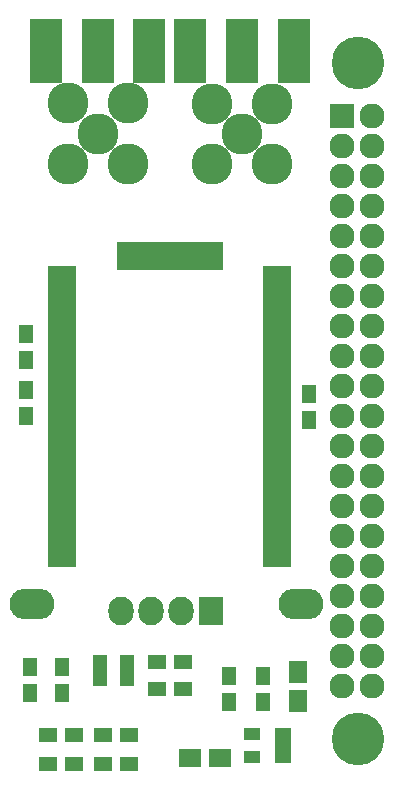
<source format=gts>
G04 #@! TF.FileFunction,Soldermask,Top*
%FSLAX46Y46*%
G04 Gerber Fmt 4.6, Leading zero omitted, Abs format (unit mm)*
G04 Created by KiCad (PCBNEW 4.0.0-rc1-stable) date 31.1.2017 13:36:10*
%MOMM*%
G01*
G04 APERTURE LIST*
%ADD10C,0.100000*%
%ADD11R,2.127200X2.127200*%
%ADD12O,2.127200X2.127200*%
%ADD13C,4.464000*%
%ADD14R,1.300000X1.600000*%
%ADD15R,1.650000X1.900000*%
%ADD16R,1.600000X1.300000*%
%ADD17R,1.900000X1.650000*%
%ADD18R,1.416000X2.362000*%
%ADD19R,2.362000X1.416000*%
%ADD20R,1.450000X1.000000*%
%ADD21R,1.200000X0.750000*%
%ADD22O,3.800000X2.600000*%
%ADD23R,2.127200X2.432000*%
%ADD24O,2.127200X2.432000*%
%ADD25C,3.480000*%
%ADD26R,2.686000X5.480000*%
%ADD27R,2.813000X5.480000*%
G04 APERTURE END LIST*
D10*
D11*
X28800000Y56640000D03*
D12*
X31340000Y56640000D03*
X28800000Y54100000D03*
X31340000Y54100000D03*
X28800000Y51560000D03*
X31340000Y51560000D03*
X28800000Y49020000D03*
X31340000Y49020000D03*
X28800000Y46480000D03*
X31340000Y46480000D03*
X28800000Y43940000D03*
X31340000Y43940000D03*
X28800000Y41400000D03*
X31340000Y41400000D03*
X28800000Y38860000D03*
X31340000Y38860000D03*
X28800000Y36320000D03*
X31340000Y36320000D03*
X28800000Y33780000D03*
X31340000Y33780000D03*
X28800000Y31240000D03*
X31340000Y31240000D03*
X28800000Y28700000D03*
X31340000Y28700000D03*
X28800000Y26160000D03*
X31340000Y26160000D03*
X28800000Y23620000D03*
X31340000Y23620000D03*
X28800000Y21080000D03*
X31340000Y21080000D03*
X28800000Y18540000D03*
X31340000Y18540000D03*
X28800000Y16000000D03*
X31340000Y16000000D03*
X28800000Y13460000D03*
X31340000Y13460000D03*
X28800000Y10920000D03*
X31340000Y10920000D03*
X28800000Y8380000D03*
X31340000Y8380000D03*
D13*
X30115000Y3880000D03*
X30110000Y61140000D03*
D14*
X2030000Y33420000D03*
X2030000Y31220000D03*
X25970000Y33110000D03*
X25970000Y30910000D03*
X22110000Y7070000D03*
X22110000Y9270000D03*
D15*
X25010000Y7120000D03*
X25010000Y9620000D03*
D16*
X15300000Y8130000D03*
X13100000Y8130000D03*
X15300000Y10410000D03*
X13100000Y10410000D03*
D14*
X19210000Y7070000D03*
X19210000Y9270000D03*
D17*
X18420000Y2330000D03*
X15920000Y2330000D03*
D16*
X3870000Y1750000D03*
X6070000Y1750000D03*
X3870000Y4270000D03*
X6070000Y4270000D03*
X8550000Y1750000D03*
X10750000Y1750000D03*
D14*
X5030000Y7780000D03*
X5030000Y9980000D03*
X2380000Y7780000D03*
X2380000Y9980000D03*
X2030000Y36000000D03*
X2030000Y38200000D03*
D16*
X8550000Y4270000D03*
X10750000Y4270000D03*
D18*
X18010000Y44759000D03*
X10390000Y44759000D03*
X11660000Y44759000D03*
X16740000Y44759000D03*
X15470000Y44759000D03*
X14200000Y44759000D03*
X12930000Y44759000D03*
D19*
X23309000Y20410000D03*
X23309000Y21680000D03*
X23309000Y22950000D03*
X23309000Y24220000D03*
X23309000Y25490000D03*
X23309000Y26760000D03*
X23309000Y28030000D03*
X23309000Y29300000D03*
X23309000Y30570000D03*
X23309000Y31840000D03*
X23309000Y33110000D03*
X23309000Y34380000D03*
X23309000Y35650000D03*
X23309000Y36920000D03*
X23309000Y38190000D03*
X23309000Y39460000D03*
X23309000Y40730000D03*
X23309000Y42000000D03*
X23309000Y19140000D03*
X23309000Y43270000D03*
X5091000Y43270000D03*
X5091000Y42000000D03*
X5091000Y40730000D03*
X5091000Y39460000D03*
X5091000Y38190000D03*
X5091000Y36920000D03*
X5091000Y35650000D03*
X5091000Y34380000D03*
X5091000Y33110000D03*
X5091000Y31840000D03*
X5091000Y30570000D03*
X5091000Y29300000D03*
X5091000Y28030000D03*
X5091000Y26760000D03*
X5091000Y25490000D03*
X5091000Y24220000D03*
X5091000Y22950000D03*
X5091000Y21680000D03*
X5091000Y20410000D03*
X5091000Y19140000D03*
D20*
X21110000Y4320000D03*
X21110000Y2420000D03*
X23810000Y2420000D03*
X23810000Y4320000D03*
X23810000Y3370000D03*
D21*
X10595000Y10675000D03*
X10595000Y10025000D03*
X10595000Y9375000D03*
X10595000Y8725000D03*
X8245000Y8725000D03*
X8245000Y9375000D03*
X8245000Y10675000D03*
X8245000Y10025000D03*
D22*
X2510000Y15320000D03*
D23*
X17710000Y14770000D03*
D24*
X15170000Y14770000D03*
X12630000Y14770000D03*
X10090000Y14770000D03*
D22*
X25310000Y15320000D03*
D25*
X20290000Y55160000D03*
X22830000Y52610000D03*
X17750000Y52610000D03*
X22830000Y57710000D03*
D26*
X20290000Y62160000D03*
D27*
X24690000Y62160000D03*
X15890000Y62160000D03*
D25*
X17750000Y57710000D03*
X8070000Y55170000D03*
X10610000Y52620000D03*
X5530000Y52620000D03*
X10610000Y57720000D03*
D26*
X8070000Y62170000D03*
D27*
X12470000Y62170000D03*
X3670000Y62170000D03*
D25*
X5530000Y57720000D03*
M02*

</source>
